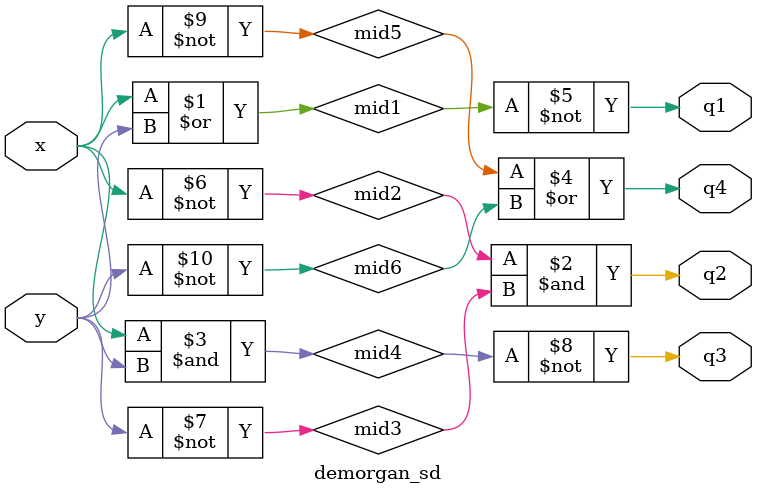
<source format=v>
`timescale 1ns / 1ps


module demorgan_sd(x,y,q1,q2,q3,q4);
    input x,y;
    output q1,q2,q3,q4;
    wire mid1, mid2, mid3, mid4, mid4, mid5, mid6;
    
    or or1(mid1, x, y);
    not not1(q1, mid1);
    
    not not2(mid2, x);
    not not3(mid3, y);
    and and1(q2, mid2, mid3);
    
    and and2(mid4, x, y);
    not not4(q3, mid4);
    
    not not5(mid5, x);
    not not6(mid6, y);
    or or2(q4, mid5, mid6);
endmodule

</source>
